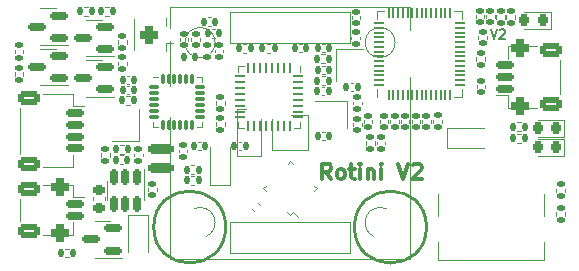
<source format=gbr>
%TF.GenerationSoftware,KiCad,Pcbnew,(6.0.5)*%
%TF.CreationDate,2022-12-28T13:41:51-05:00*%
%TF.ProjectId,Rotini-Hardware,526f7469-6e69-42d4-9861-726477617265,rev?*%
%TF.SameCoordinates,Original*%
%TF.FileFunction,Legend,Top*%
%TF.FilePolarity,Positive*%
%FSLAX46Y46*%
G04 Gerber Fmt 4.6, Leading zero omitted, Abs format (unit mm)*
G04 Created by KiCad (PCBNEW (6.0.5)) date 2022-12-28 13:41:51*
%MOMM*%
%LPD*%
G01*
G04 APERTURE LIST*
G04 Aperture macros list*
%AMRoundRect*
0 Rectangle with rounded corners*
0 $1 Rounding radius*
0 $2 $3 $4 $5 $6 $7 $8 $9 X,Y pos of 4 corners*
0 Add a 4 corners polygon primitive as box body*
4,1,4,$2,$3,$4,$5,$6,$7,$8,$9,$2,$3,0*
0 Add four circle primitives for the rounded corners*
1,1,$1+$1,$2,$3*
1,1,$1+$1,$4,$5*
1,1,$1+$1,$6,$7*
1,1,$1+$1,$8,$9*
0 Add four rect primitives between the rounded corners*
20,1,$1+$1,$2,$3,$4,$5,0*
20,1,$1+$1,$4,$5,$6,$7,0*
20,1,$1+$1,$6,$7,$8,$9,0*
20,1,$1+$1,$8,$9,$2,$3,0*%
%AMRotRect*
0 Rectangle, with rotation*
0 The origin of the aperture is its center*
0 $1 length*
0 $2 width*
0 $3 Rotation angle, in degrees counterclockwise*
0 Add horizontal line*
21,1,$1,$2,0,0,$3*%
G04 Aperture macros list end*
%ADD10C,0.254000*%
%ADD11C,0.120000*%
%ADD12C,0.200000*%
%ADD13C,0.300000*%
%ADD14C,0.150000*%
%ADD15C,0.100000*%
%ADD16RoundRect,0.135000X0.135000X0.185000X-0.135000X0.185000X-0.135000X-0.185000X0.135000X-0.185000X0*%
%ADD17RoundRect,0.135000X-0.135000X-0.185000X0.135000X-0.185000X0.135000X0.185000X-0.135000X0.185000X0*%
%ADD18R,1.000000X1.000000*%
%ADD19RoundRect,0.218750X0.218750X0.256250X-0.218750X0.256250X-0.218750X-0.256250X0.218750X-0.256250X0*%
%ADD20RoundRect,0.135000X-0.185000X0.135000X-0.185000X-0.135000X0.185000X-0.135000X0.185000X0.135000X0*%
%ADD21RoundRect,0.140000X-0.170000X0.140000X-0.170000X-0.140000X0.170000X-0.140000X0.170000X0.140000X0*%
%ADD22C,3.200000*%
%ADD23RoundRect,0.140000X-0.140000X-0.170000X0.140000X-0.170000X0.140000X0.170000X-0.140000X0.170000X0*%
%ADD24RoundRect,0.225000X0.250000X-0.225000X0.250000X0.225000X-0.250000X0.225000X-0.250000X-0.225000X0*%
%ADD25RoundRect,0.140000X0.170000X-0.140000X0.170000X0.140000X-0.170000X0.140000X-0.170000X-0.140000X0*%
%ADD26RoundRect,0.140000X0.140000X0.170000X-0.140000X0.170000X-0.140000X-0.170000X0.140000X-0.170000X0*%
%ADD27RoundRect,0.135000X0.185000X-0.135000X0.185000X0.135000X-0.185000X0.135000X-0.185000X-0.135000X0*%
%ADD28RoundRect,0.150000X0.625000X-0.150000X0.625000X0.150000X-0.625000X0.150000X-0.625000X-0.150000X0*%
%ADD29RoundRect,0.250000X0.650000X-0.350000X0.650000X0.350000X-0.650000X0.350000X-0.650000X-0.350000X0*%
%ADD30RoundRect,0.050000X0.050000X-0.387500X0.050000X0.387500X-0.050000X0.387500X-0.050000X-0.387500X0*%
%ADD31RoundRect,0.050000X0.387500X-0.050000X0.387500X0.050000X-0.387500X0.050000X-0.387500X-0.050000X0*%
%ADD32R,4.000000X4.000000*%
%ADD33RoundRect,0.150000X0.587500X0.150000X-0.587500X0.150000X-0.587500X-0.150000X0.587500X-0.150000X0*%
%ADD34RoundRect,0.212500X0.887500X-0.212500X0.887500X0.212500X-0.887500X0.212500X-0.887500X-0.212500X0*%
%ADD35RoundRect,0.075000X-0.350000X-0.075000X0.350000X-0.075000X0.350000X0.075000X-0.350000X0.075000X0*%
%ADD36RoundRect,0.075000X-0.075000X-0.350000X0.075000X-0.350000X0.075000X0.350000X-0.075000X0.350000X0*%
%ADD37R,2.650000X2.650000*%
%ADD38RoundRect,0.140000X0.219203X0.021213X0.021213X0.219203X-0.219203X-0.021213X-0.021213X-0.219203X0*%
%ADD39C,1.778000*%
%ADD40RotRect,1.000000X0.300000X135.000000*%
%ADD41RotRect,0.300000X1.000000X135.000000*%
%ADD42C,0.600000*%
%ADD43R,0.600000X1.160000*%
%ADD44R,0.300000X1.160000*%
%ADD45O,0.900000X2.000000*%
%ADD46O,0.900000X1.700000*%
%ADD47R,0.800000X0.900000*%
%ADD48RoundRect,0.147500X-0.147500X-0.172500X0.147500X-0.172500X0.147500X0.172500X-0.147500X0.172500X0*%
%ADD49RoundRect,0.150000X-0.150000X0.512500X-0.150000X-0.512500X0.150000X-0.512500X0.150000X0.512500X0*%
%ADD50RoundRect,0.150000X-0.625000X0.150000X-0.625000X-0.150000X0.625000X-0.150000X0.625000X0.150000X0*%
%ADD51RoundRect,0.250000X-0.650000X0.350000X-0.650000X-0.350000X0.650000X-0.350000X0.650000X0.350000X0*%
%ADD52R,1.050000X1.000000*%
%ADD53R,2.200000X1.050000*%
%ADD54RoundRect,0.147500X0.172500X-0.147500X0.172500X0.147500X-0.172500X0.147500X-0.172500X-0.147500X0*%
%ADD55R,0.900000X0.800000*%
%ADD56RoundRect,0.062500X-0.062500X0.337500X-0.062500X-0.337500X0.062500X-0.337500X0.062500X0.337500X0*%
%ADD57RoundRect,0.062500X-0.337500X0.062500X-0.337500X-0.062500X0.337500X-0.062500X0.337500X0.062500X0*%
%ADD58R,3.700000X3.700000*%
%ADD59RoundRect,0.375000X0.375000X-0.375000X0.375000X0.375000X-0.375000X0.375000X-0.375000X-0.375000X0*%
%ADD60RoundRect,0.375000X-0.375000X0.375000X-0.375000X-0.375000X0.375000X-0.375000X0.375000X0.375000X0*%
G04 APERTURE END LIST*
D10*
X11548000Y-8000000D02*
G75*
G03*
X11548000Y-8000000I-3048000J0D01*
G01*
D11*
X-5100000Y-7600000D02*
X5100000Y-7600000D01*
X5100000Y-7600000D02*
X5100000Y-10200000D01*
X5100000Y-10200000D02*
X-5100000Y-10200000D01*
X-5100000Y-10200000D02*
X-5100000Y-7600000D01*
D10*
X-5452000Y-8000000D02*
G75*
G03*
X-5452000Y-8000000I-3048000J0D01*
G01*
D11*
X-5100000Y10200000D02*
X5100000Y10200000D01*
X5100000Y10200000D02*
X5100000Y7600000D01*
X5100000Y7600000D02*
X-5100000Y7600000D01*
X-5100000Y7600000D02*
X-5100000Y10200000D01*
D12*
X17002380Y8738095D02*
X17269047Y7938095D01*
X17535714Y8738095D01*
X17764285Y8661904D02*
X17802380Y8700000D01*
X17878571Y8738095D01*
X18069047Y8738095D01*
X18145238Y8700000D01*
X18183333Y8661904D01*
X18221428Y8585714D01*
X18221428Y8509523D01*
X18183333Y8395238D01*
X17726190Y7938095D01*
X18221428Y7938095D01*
D13*
X3464285Y-3938095D02*
X3030952Y-3319047D01*
X2721428Y-3938095D02*
X2721428Y-2638095D01*
X3216666Y-2638095D01*
X3340476Y-2700000D01*
X3402380Y-2761904D01*
X3464285Y-2885714D01*
X3464285Y-3071428D01*
X3402380Y-3195238D01*
X3340476Y-3257142D01*
X3216666Y-3319047D01*
X2721428Y-3319047D01*
X4207142Y-3938095D02*
X4083333Y-3876190D01*
X4021428Y-3814285D01*
X3959523Y-3690476D01*
X3959523Y-3319047D01*
X4021428Y-3195238D01*
X4083333Y-3133333D01*
X4207142Y-3071428D01*
X4392857Y-3071428D01*
X4516666Y-3133333D01*
X4578571Y-3195238D01*
X4640476Y-3319047D01*
X4640476Y-3690476D01*
X4578571Y-3814285D01*
X4516666Y-3876190D01*
X4392857Y-3938095D01*
X4207142Y-3938095D01*
X5011904Y-3071428D02*
X5507142Y-3071428D01*
X5197619Y-2638095D02*
X5197619Y-3752380D01*
X5259523Y-3876190D01*
X5383333Y-3938095D01*
X5507142Y-3938095D01*
X5940476Y-3938095D02*
X5940476Y-3071428D01*
X5940476Y-2638095D02*
X5878571Y-2700000D01*
X5940476Y-2761904D01*
X6002380Y-2700000D01*
X5940476Y-2638095D01*
X5940476Y-2761904D01*
X6559523Y-3071428D02*
X6559523Y-3938095D01*
X6559523Y-3195238D02*
X6621428Y-3133333D01*
X6745238Y-3071428D01*
X6930952Y-3071428D01*
X7054761Y-3133333D01*
X7116666Y-3257142D01*
X7116666Y-3938095D01*
X7735714Y-3938095D02*
X7735714Y-3071428D01*
X7735714Y-2638095D02*
X7673809Y-2700000D01*
X7735714Y-2761904D01*
X7797619Y-2700000D01*
X7735714Y-2638095D01*
X7735714Y-2761904D01*
X9159523Y-2638095D02*
X9592857Y-3938095D01*
X10026190Y-2638095D01*
X10397619Y-2761904D02*
X10459523Y-2700000D01*
X10583333Y-2638095D01*
X10892857Y-2638095D01*
X11016666Y-2700000D01*
X11078571Y-2761904D01*
X11140476Y-2885714D01*
X11140476Y-3009523D01*
X11078571Y-3195238D01*
X10335714Y-3938095D01*
X11140476Y-3938095D01*
D14*
%TO.C,*%
D11*
%TO.C,R60*%
X2953641Y5870000D02*
X2646359Y5870000D01*
X2953641Y6630000D02*
X2646359Y6630000D01*
%TO.C,R63*%
X-1978641Y6770000D02*
X-1671359Y6770000D01*
X-1978641Y7530000D02*
X-1671359Y7530000D01*
%TO.C,D42*%
X-6800000Y-4400000D02*
X-5100000Y-4400000D01*
X-6800000Y-4400000D02*
X-6800000Y-1250000D01*
X-5100000Y-4400000D02*
X-5100000Y-1250000D01*
%TO.C,D60*%
X22085000Y8765000D02*
X22085000Y10235000D01*
X22085000Y10235000D02*
X19800000Y10235000D01*
X19800000Y8765000D02*
X22085000Y8765000D01*
%TO.C,R33*%
X-23330000Y7013641D02*
X-23330000Y6706359D01*
X-22570000Y7013641D02*
X-22570000Y6706359D01*
%TO.C,C12*%
X5190000Y8107836D02*
X5190000Y7892164D01*
X5910000Y8107836D02*
X5910000Y7892164D01*
%TO.C,C63*%
X2742164Y6790000D02*
X2957836Y6790000D01*
X2742164Y7510000D02*
X2957836Y7510000D01*
%TO.C,R41*%
X19246359Y880000D02*
X19553641Y880000D01*
X19246359Y120000D02*
X19553641Y120000D01*
%TO.C,C10*%
X6060000Y2607836D02*
X6060000Y2392164D01*
X5340000Y2607836D02*
X5340000Y2392164D01*
%TO.C,D40*%
X23235000Y-1985000D02*
X23235000Y-515000D01*
X20950000Y-1985000D02*
X23235000Y-1985000D01*
X23235000Y-515000D02*
X20950000Y-515000D01*
%TO.C,C62*%
X2692164Y3860000D02*
X2907836Y3860000D01*
X2692164Y3140000D02*
X2907836Y3140000D01*
%TO.C,R56*%
X23280000Y-6746359D02*
X23280000Y-7053641D01*
X22520000Y-6746359D02*
X22520000Y-7053641D01*
%TO.C,C20*%
X-16660000Y-5740580D02*
X-16660000Y-5459420D01*
X-15640000Y-5740580D02*
X-15640000Y-5459420D01*
%TO.C,C4*%
X15790000Y3792164D02*
X15790000Y4007836D01*
X16510000Y3792164D02*
X16510000Y4007836D01*
%TO.C,C102*%
X-6607836Y8760000D02*
X-6392164Y8760000D01*
X-6607836Y8040000D02*
X-6392164Y8040000D01*
%TO.C,C7*%
X15740000Y9722164D02*
X15740000Y9937836D01*
X16460000Y9722164D02*
X16460000Y9937836D01*
%TO.C,R67*%
X-3696359Y7530000D02*
X-4003641Y7530000D01*
X-3696359Y6770000D02*
X-4003641Y6770000D01*
%TO.C,C13*%
X7340000Y-792164D02*
X7340000Y-1007836D01*
X8060000Y-792164D02*
X8060000Y-1007836D01*
%TO.C,C61*%
X2937836Y60000D02*
X2722164Y60000D01*
X2937836Y-660000D02*
X2722164Y-660000D01*
%TO.C,R4*%
X19080000Y9953641D02*
X19080000Y9646359D01*
X18320000Y9953641D02*
X18320000Y9646359D01*
%TO.C,D41*%
X23235000Y1085000D02*
X20950000Y1085000D01*
X20950000Y-385000D02*
X23235000Y-385000D01*
X23235000Y-385000D02*
X23235000Y1085000D01*
%TO.C,R35*%
X-14580000Y5696359D02*
X-14580000Y6003641D01*
X-13820000Y5696359D02*
X-13820000Y6003641D01*
%TO.C,J203*%
X22885000Y3260000D02*
X22885000Y6140000D01*
X18415000Y2090000D02*
X18415000Y3140000D01*
X18415000Y3140000D02*
X17425000Y3140000D01*
X20915000Y7310000D02*
X18415000Y7310000D01*
X18415000Y7310000D02*
X18415000Y6260000D01*
X20915000Y2090000D02*
X18415000Y2090000D01*
%TO.C,R20*%
X-14096359Y-1780000D02*
X-14403641Y-1780000D01*
X-14096359Y-1020000D02*
X-14403641Y-1020000D01*
%TO.C,C11*%
X5357836Y4210000D02*
X5142164Y4210000D01*
X5357836Y3490000D02*
X5142164Y3490000D01*
%TO.C,C70*%
X-7757836Y-765000D02*
X-7542164Y-765000D01*
X-7757836Y-1485000D02*
X-7542164Y-1485000D01*
%TO.C,U1*%
X14560000Y3040000D02*
X13910000Y3040000D01*
X7340000Y9610000D02*
X7340000Y10260000D01*
X14560000Y9610000D02*
X14560000Y10260000D01*
X14560000Y10260000D02*
X13910000Y10260000D01*
X14560000Y3690000D02*
X14560000Y3040000D01*
X7340000Y3690000D02*
X7340000Y3040000D01*
X7340000Y10260000D02*
X7990000Y10260000D01*
%TO.C,C9*%
X6240000Y842164D02*
X6240000Y1057836D01*
X6960000Y842164D02*
X6960000Y1057836D01*
%TO.C,Q20*%
X-15900000Y-7490000D02*
X-16550000Y-7490000D01*
X-15900000Y-10610000D02*
X-14225000Y-10610000D01*
X-15900000Y-7490000D02*
X-15250000Y-7490000D01*
X-15900000Y-10610000D02*
X-16550000Y-10610000D01*
%TO.C,C74*%
X-13597164Y4090000D02*
X-13812836Y4090000D01*
X-13597164Y4810000D02*
X-13812836Y4810000D01*
%TO.C,R1*%
X6420000Y-746359D02*
X6420000Y-1053641D01*
X7180000Y-746359D02*
X7180000Y-1053641D01*
%TO.C,R32*%
X-14580000Y7536359D02*
X-14580000Y7843641D01*
X-13820000Y7536359D02*
X-13820000Y7843641D01*
%TO.C,R43*%
X-8403641Y-3530000D02*
X-8096359Y-3530000D01*
X-8403641Y-2770000D02*
X-8096359Y-2770000D01*
%TO.C,C6*%
X17310000Y9722164D02*
X17310000Y9937836D01*
X16590000Y9722164D02*
X16590000Y9937836D01*
%TO.C,C14*%
X11010000Y1057836D02*
X11010000Y842164D01*
X10290000Y1057836D02*
X10290000Y842164D01*
%TO.C,C104*%
X-5640000Y6792164D02*
X-5640000Y7007836D01*
X-6360000Y6792164D02*
X-6360000Y7007836D01*
%TO.C,C1*%
X8310000Y812164D02*
X8310000Y1027836D01*
X7590000Y812164D02*
X7590000Y1027836D01*
%TO.C,U70*%
X-11195000Y4690000D02*
X-11645000Y4690000D01*
X-11645000Y470000D02*
X-11645000Y920000D01*
X-7425000Y470000D02*
X-7425000Y920000D01*
X-7875000Y4690000D02*
X-7425000Y4690000D01*
X-11195000Y470000D02*
X-11645000Y470000D01*
X-7425000Y4690000D02*
X-7425000Y4240000D01*
X-7875000Y470000D02*
X-7425000Y470000D01*
%TO.C,Q33*%
X-16600000Y3040000D02*
X-17250000Y3040000D01*
X-16600000Y6160000D02*
X-17250000Y6160000D01*
X-16600000Y3040000D02*
X-14925000Y3040000D01*
X-16600000Y6160000D02*
X-15950000Y6160000D01*
%TO.C,R66*%
X-5525000Y2678641D02*
X-5525000Y2371359D01*
X-6285000Y2678641D02*
X-6285000Y2371359D01*
%TO.C,C31*%
X-2569190Y-6149942D02*
X-2721693Y-5997439D01*
X-3078307Y-6659059D02*
X-3230810Y-6506556D01*
%TO.C,C3*%
X9210000Y812164D02*
X9210000Y1027836D01*
X8490000Y812164D02*
X8490000Y1027836D01*
%TO.C,U30*%
X10160000Y10668000D02*
X-10160000Y10668000D01*
X-10160000Y10668000D02*
X-10160000Y-10668000D01*
X-10160000Y-10668000D02*
X10160000Y-10668000D01*
X10160000Y-10668000D02*
X10160000Y10668000D01*
X1500000Y1500000D02*
X-1500000Y1500000D01*
X-1500000Y1500000D02*
X-1500000Y-1500000D01*
X-1500000Y-1500000D02*
X1500000Y-1500000D01*
X1500000Y-1500000D02*
X1500000Y1500000D01*
X-2500000Y2000000D02*
X-4500000Y2000000D01*
X-4500000Y2000000D02*
X-4500000Y-2000000D01*
X-4500000Y-2000000D02*
X-2500000Y-2000000D01*
X-2500000Y-2000000D02*
X-2500000Y2000000D01*
X-6350000Y-7620000D02*
G75*
G03*
X-6350000Y-7620000I-1270000J0D01*
G01*
X8890000Y7620000D02*
G75*
G03*
X8890000Y7620000I-1270000J0D01*
G01*
X8890000Y-7620000D02*
G75*
G03*
X8890000Y-7620000I-1270000J0D01*
G01*
X-6350000Y7620000D02*
G75*
G03*
X-6350000Y7620000I-1270000J0D01*
G01*
%TO.C,R40*%
X19246359Y-880000D02*
X19553641Y-880000D01*
X19246359Y-120000D02*
X19553641Y-120000D01*
D15*
%TO.C,U31*%
X-2262742Y-4700000D02*
X-2050610Y-4487868D01*
X247487Y-2684746D02*
X0Y-2437258D01*
X212132Y-6750610D02*
X636396Y-7174874D01*
X-247487Y-6715254D02*
X0Y-6962742D01*
X-2050610Y-4912132D02*
X-2262742Y-4700000D01*
X0Y-2437258D02*
X-212132Y-2649390D01*
X0Y-6962742D02*
X212132Y-6750610D01*
X2050610Y-4912132D02*
X2262742Y-4700000D01*
X2262742Y-4700000D02*
X2050610Y-4487868D01*
D11*
%TO.C,U52*%
X12530000Y-10755000D02*
X12530000Y-9295000D01*
X12530000Y-5245000D02*
X12530000Y-7045000D01*
X21470000Y-5245000D02*
X21470000Y-7045000D01*
X21470000Y-10755000D02*
X12530000Y-10755000D01*
X21470000Y-10755000D02*
X21470000Y-9295000D01*
%TO.C,Q30*%
X-20500000Y10510000D02*
X-19850000Y10510000D01*
X-20500000Y7390000D02*
X-18825000Y7390000D01*
X-20500000Y7390000D02*
X-21150000Y7390000D01*
X-20500000Y10510000D02*
X-21150000Y10510000D01*
%TO.C,R65*%
X-5525000Y878641D02*
X-5525000Y571359D01*
X-6285000Y878641D02*
X-6285000Y571359D01*
%TO.C,C5*%
X16660000Y7922164D02*
X16660000Y8137836D01*
X15940000Y7922164D02*
X15940000Y8137836D01*
%TO.C,R64*%
X-13551359Y2345000D02*
X-13858641Y2345000D01*
X-13551359Y3105000D02*
X-13858641Y3105000D01*
%TO.C,C65*%
X1007836Y6790000D02*
X792164Y6790000D01*
X1007836Y7510000D02*
X792164Y7510000D01*
%TO.C,U2*%
X3900000Y7050000D02*
X3900000Y4350000D01*
X6200000Y7050000D02*
X3900000Y7050000D01*
%TO.C,C40*%
X11910000Y1057836D02*
X11910000Y842164D01*
X11190000Y1057836D02*
X11190000Y842164D01*
%TO.C,D20*%
X13300000Y-1300000D02*
X16450000Y-1300000D01*
X13300000Y400000D02*
X13300000Y-1300000D01*
X13300000Y400000D02*
X16450000Y400000D01*
%TO.C,Q31*%
X-16600000Y9560000D02*
X-17250000Y9560000D01*
X-16600000Y6440000D02*
X-17250000Y6440000D01*
X-16600000Y9560000D02*
X-15950000Y9560000D01*
X-16600000Y6440000D02*
X-14925000Y6440000D01*
%TO.C,C72*%
X-8690000Y-1442164D02*
X-8690000Y-1657836D01*
X-9410000Y-1442164D02*
X-9410000Y-1657836D01*
%TO.C,C60*%
X6060000Y562164D02*
X6060000Y777836D01*
X5340000Y562164D02*
X5340000Y777836D01*
%TO.C,C71*%
X-13597164Y3240000D02*
X-13812836Y3240000D01*
X-13597164Y3960000D02*
X-13812836Y3960000D01*
%TO.C,U20*%
X-15510000Y-4900000D02*
X-15510000Y-4100000D01*
X-15510000Y-4900000D02*
X-15510000Y-5700000D01*
X-12390000Y-4900000D02*
X-12390000Y-5700000D01*
X-12390000Y-4900000D02*
X-12390000Y-3100000D01*
%TO.C,C73*%
X-4357836Y-1510000D02*
X-4142164Y-1510000D01*
X-4357836Y-790000D02*
X-4142164Y-790000D01*
%TO.C,D21*%
X-13750000Y-7000000D02*
X-13750000Y-10150000D01*
X-12050000Y-7000000D02*
X-13750000Y-7000000D01*
X-12050000Y-7000000D02*
X-12050000Y-10150000D01*
%TO.C,C101*%
X-8360000Y7792164D02*
X-8360000Y8007836D01*
X-7640000Y7792164D02*
X-7640000Y8007836D01*
%TO.C,J204*%
X-20915000Y3260000D02*
X-18415000Y3260000D01*
X-20915000Y-2960000D02*
X-18415000Y-2960000D01*
X-18415000Y-2960000D02*
X-18415000Y-1910000D01*
X-18415000Y2210000D02*
X-17425000Y2210000D01*
X-18415000Y3260000D02*
X-18415000Y2210000D01*
X-22885000Y2090000D02*
X-22885000Y-1790000D01*
%TO.C,J60*%
X-10515000Y7540000D02*
X-9885000Y7540000D01*
X-10515000Y6900000D02*
X-10515000Y7540000D01*
X-13235000Y6950000D02*
X-13235000Y9650000D01*
X-10515000Y9700000D02*
X-10515000Y9060000D01*
%TO.C,R21*%
X-16030000Y-1746359D02*
X-16030000Y-2053641D01*
X-15270000Y-1746359D02*
X-15270000Y-2053641D01*
%TO.C,R5*%
X18230000Y9646359D02*
X18230000Y9953641D01*
X17470000Y9646359D02*
X17470000Y9953641D01*
%TO.C,C103*%
X-6692164Y9760000D02*
X-6907836Y9760000D01*
X-6692164Y9040000D02*
X-6907836Y9040000D01*
%TO.C,C8*%
X5240000Y9857836D02*
X5240000Y9642164D01*
X5960000Y9857836D02*
X5960000Y9642164D01*
%TO.C,Q32*%
X-20500000Y3990000D02*
X-21150000Y3990000D01*
X-20500000Y3990000D02*
X-18825000Y3990000D01*
X-20500000Y7110000D02*
X-21150000Y7110000D01*
X-20500000Y7110000D02*
X-19850000Y7110000D01*
%TO.C,C21*%
X-12010000Y-4692164D02*
X-12010000Y-4907836D01*
X-11290000Y-4692164D02*
X-11290000Y-4907836D01*
%TO.C,R22*%
X-18746359Y-9820000D02*
X-19053641Y-9820000D01*
X-18746359Y-10580000D02*
X-19053641Y-10580000D01*
%TO.C,R31*%
X-15653641Y9870000D02*
X-15346359Y9870000D01*
X-15653641Y10630000D02*
X-15346359Y10630000D01*
%TO.C,C64*%
X2927836Y4940000D02*
X2712164Y4940000D01*
X2927836Y5660000D02*
X2712164Y5660000D01*
%TO.C,R68*%
X12120000Y1103641D02*
X12120000Y796359D01*
X12880000Y1103641D02*
X12880000Y796359D01*
%TO.C,R42*%
X-8096359Y-3670000D02*
X-8403641Y-3670000D01*
X-8096359Y-4430000D02*
X-8403641Y-4430000D01*
%TO.C,R30*%
X-17453641Y9870000D02*
X-17146359Y9870000D01*
X-17453641Y10630000D02*
X-17146359Y10630000D01*
%TO.C,R57*%
X23280000Y-4746359D02*
X23280000Y-5053641D01*
X22520000Y-4746359D02*
X22520000Y-5053641D01*
%TO.C,U71*%
X-12755000Y-725000D02*
X-12755000Y1975000D01*
X-15055000Y-725000D02*
X-12755000Y-725000D01*
%TO.C,U61*%
X4800000Y2700000D02*
X2100000Y2700000D01*
X4800000Y400000D02*
X4800000Y2700000D01*
%TO.C,U60*%
X830000Y890000D02*
X830000Y415000D01*
X830000Y415000D02*
X355000Y415000D01*
X-4390000Y415000D02*
X-3915000Y415000D01*
X-4390000Y5635000D02*
X-3915000Y5635000D01*
X-4390000Y5160000D02*
X-4390000Y5635000D01*
X-4390000Y890000D02*
X-4390000Y415000D01*
X830000Y5160000D02*
X830000Y5635000D01*
%TO.C,C2*%
X10110000Y812164D02*
X10110000Y1027836D01*
X9390000Y812164D02*
X9390000Y1027836D01*
%TO.C,C23*%
X-13210000Y-1792164D02*
X-13210000Y-2007836D01*
X-12490000Y-1792164D02*
X-12490000Y-2007836D01*
%TO.C,J202*%
X-18415000Y-8660000D02*
X-18415000Y-7610000D01*
X-20915000Y-8660000D02*
X-18415000Y-8660000D01*
X-18415000Y-4440000D02*
X-18415000Y-5490000D01*
X-20915000Y-4440000D02*
X-18415000Y-4440000D01*
X-22885000Y-5610000D02*
X-22885000Y-7490000D01*
X-18415000Y-5490000D02*
X-17425000Y-5490000D01*
%TO.C,R34*%
X-22570000Y5113641D02*
X-22570000Y4806359D01*
X-23330000Y5113641D02*
X-23330000Y4806359D01*
%TO.C,R3*%
X15770000Y6383641D02*
X15770000Y6076359D01*
X16530000Y6383641D02*
X16530000Y6076359D01*
%TO.C,C22*%
X-14162164Y-1940000D02*
X-14377836Y-1940000D01*
X-14162164Y-2660000D02*
X-14377836Y-2660000D01*
%TO.C,R62*%
X2973641Y4780000D02*
X2666359Y4780000D01*
X2973641Y4020000D02*
X2666359Y4020000D01*
%TO.C,C100*%
X-8640000Y7792164D02*
X-8640000Y8007836D01*
X-9360000Y7792164D02*
X-9360000Y8007836D01*
%TD*%
%LPC*%
D16*
%TO.C,R60*%
X3310000Y6250000D03*
X2290000Y6250000D03*
%TD*%
D17*
%TO.C,R63*%
X-2335000Y7150000D03*
X-1315000Y7150000D03*
%TD*%
D18*
%TO.C,D42*%
X-5950000Y-3750000D03*
X-5950000Y-1250000D03*
%TD*%
D19*
%TO.C,D60*%
X21387500Y9500000D03*
X19812500Y9500000D03*
%TD*%
D20*
%TO.C,R33*%
X-22950000Y7370000D03*
X-22950000Y6350000D03*
%TD*%
D21*
%TO.C,C12*%
X5550000Y8480000D03*
X5550000Y7520000D03*
%TD*%
D22*
%TO.C,*%
X8500000Y-8000000D03*
%TD*%
D23*
%TO.C,C63*%
X2370000Y7150000D03*
X3330000Y7150000D03*
%TD*%
D17*
%TO.C,R41*%
X18890000Y500000D03*
X19910000Y500000D03*
%TD*%
D21*
%TO.C,C10*%
X5700000Y2980000D03*
X5700000Y2020000D03*
%TD*%
D19*
%TO.C,D40*%
X22537500Y-1250000D03*
X20962500Y-1250000D03*
%TD*%
D23*
%TO.C,C62*%
X2320000Y3500000D03*
X3280000Y3500000D03*
%TD*%
D22*
%TO.C,*%
X-8500000Y-8000000D03*
%TD*%
D20*
%TO.C,R56*%
X22900000Y-6390000D03*
X22900000Y-7410000D03*
%TD*%
D24*
%TO.C,C20*%
X-16150000Y-6375000D03*
X-16150000Y-4825000D03*
%TD*%
D25*
%TO.C,C4*%
X16150000Y3420000D03*
X16150000Y4380000D03*
%TD*%
D23*
%TO.C,C102*%
X-6980000Y8400000D03*
X-6020000Y8400000D03*
%TD*%
D25*
%TO.C,C7*%
X16100000Y9350000D03*
X16100000Y10310000D03*
%TD*%
D16*
%TO.C,R67*%
X-3340000Y7150000D03*
X-4360000Y7150000D03*
%TD*%
D21*
%TO.C,C13*%
X7700000Y-420000D03*
X7700000Y-1380000D03*
%TD*%
D26*
%TO.C,C61*%
X3310000Y-300000D03*
X2350000Y-300000D03*
%TD*%
D20*
%TO.C,R4*%
X18700000Y10310000D03*
X18700000Y9290000D03*
%TD*%
D19*
%TO.C,D41*%
X22537500Y350000D03*
X20962500Y350000D03*
%TD*%
D27*
%TO.C,R35*%
X-14200000Y5340000D03*
X-14200000Y6360000D03*
%TD*%
D28*
%TO.C,J203*%
X18200000Y3700000D03*
X18200000Y4700000D03*
X18200000Y5700000D03*
D29*
X22075000Y7000000D03*
X22075000Y2400000D03*
%TD*%
D16*
%TO.C,R20*%
X-13740000Y-1400000D03*
X-14760000Y-1400000D03*
%TD*%
D26*
%TO.C,C11*%
X5730000Y3850000D03*
X4770000Y3850000D03*
%TD*%
D23*
%TO.C,C70*%
X-8130000Y-1125000D03*
X-7170000Y-1125000D03*
%TD*%
D30*
%TO.C,U1*%
X8350000Y3212500D03*
X8750000Y3212500D03*
X9150000Y3212500D03*
X9550000Y3212500D03*
X9950000Y3212500D03*
X10350000Y3212500D03*
X10750000Y3212500D03*
X11150000Y3212500D03*
X11550000Y3212500D03*
X11950000Y3212500D03*
X12350000Y3212500D03*
X12750000Y3212500D03*
X13150000Y3212500D03*
X13550000Y3212500D03*
D31*
X14387500Y4050000D03*
X14387500Y4450000D03*
X14387500Y4850000D03*
X14387500Y5250000D03*
X14387500Y5650000D03*
X14387500Y6050000D03*
X14387500Y6450000D03*
X14387500Y6850000D03*
X14387500Y7250000D03*
X14387500Y7650000D03*
X14387500Y8050000D03*
X14387500Y8450000D03*
X14387500Y8850000D03*
X14387500Y9250000D03*
D30*
X13550000Y10087500D03*
X13150000Y10087500D03*
X12750000Y10087500D03*
X12350000Y10087500D03*
X11950000Y10087500D03*
X11550000Y10087500D03*
X11150000Y10087500D03*
X10750000Y10087500D03*
X10350000Y10087500D03*
X9950000Y10087500D03*
X9550000Y10087500D03*
X9150000Y10087500D03*
X8750000Y10087500D03*
X8350000Y10087500D03*
D31*
X7512500Y9250000D03*
X7512500Y8850000D03*
X7512500Y8450000D03*
X7512500Y8050000D03*
X7512500Y7650000D03*
X7512500Y7250000D03*
X7512500Y6850000D03*
X7512500Y6450000D03*
X7512500Y6050000D03*
X7512500Y5650000D03*
X7512500Y5250000D03*
X7512500Y4850000D03*
X7512500Y4450000D03*
X7512500Y4050000D03*
D32*
X10950000Y6650000D03*
%TD*%
D25*
%TO.C,C9*%
X6600000Y470000D03*
X6600000Y1430000D03*
%TD*%
D33*
%TO.C,Q20*%
X-14962500Y-10000000D03*
X-14962500Y-8100000D03*
X-16837500Y-9050000D03*
%TD*%
D26*
%TO.C,C74*%
X-13225000Y4450000D03*
X-14185000Y4450000D03*
%TD*%
D20*
%TO.C,R1*%
X6800000Y-390000D03*
X6800000Y-1410000D03*
%TD*%
D34*
%TO.C,L20*%
X-10950000Y-3025000D03*
X-10950000Y-1375000D03*
%TD*%
D27*
%TO.C,R32*%
X-14200000Y7180000D03*
X-14200000Y8200000D03*
%TD*%
D17*
%TO.C,R43*%
X-8760000Y-3150000D03*
X-7740000Y-3150000D03*
%TD*%
D25*
%TO.C,C6*%
X16950000Y9350000D03*
X16950000Y10310000D03*
%TD*%
D21*
%TO.C,C14*%
X10650000Y1430000D03*
X10650000Y470000D03*
%TD*%
D25*
%TO.C,C104*%
X-6000000Y6420000D03*
X-6000000Y7380000D03*
%TD*%
%TO.C,C1*%
X7950000Y440000D03*
X7950000Y1400000D03*
%TD*%
D35*
%TO.C,U70*%
X-11485000Y3830000D03*
X-11485000Y3330000D03*
X-11485000Y2830000D03*
X-11485000Y2330000D03*
X-11485000Y1830000D03*
X-11485000Y1330000D03*
D36*
X-10785000Y630000D03*
X-10285000Y630000D03*
X-9785000Y630000D03*
X-9285000Y630000D03*
X-8785000Y630000D03*
X-8285000Y630000D03*
D35*
X-7585000Y1330000D03*
X-7585000Y1830000D03*
X-7585000Y2330000D03*
X-7585000Y2830000D03*
X-7585000Y3330000D03*
X-7585000Y3830000D03*
D36*
X-8285000Y4530000D03*
X-8785000Y4530000D03*
X-9285000Y4530000D03*
X-9785000Y4530000D03*
X-10285000Y4530000D03*
X-10785000Y4530000D03*
D37*
X-9535000Y2580000D03*
%TD*%
D33*
%TO.C,Q33*%
X-15662500Y3650000D03*
X-15662500Y5550000D03*
X-17537500Y4600000D03*
%TD*%
D20*
%TO.C,R66*%
X-5905000Y3035000D03*
X-5905000Y2015000D03*
%TD*%
D38*
%TO.C,C31*%
X-2560589Y-6667660D03*
X-3239411Y-5988838D03*
%TD*%
D25*
%TO.C,C3*%
X8850000Y440000D03*
X8850000Y1400000D03*
%TD*%
D39*
%TO.C,U30*%
X3810000Y8890000D03*
X1270000Y8890000D03*
X-1270000Y8890000D03*
X-3810000Y8890000D03*
X-3810000Y-8890000D03*
X-1270000Y-8890000D03*
X1270000Y-8890000D03*
X3810000Y-8890000D03*
%TD*%
D17*
%TO.C,R40*%
X18890000Y-500000D03*
X19910000Y-500000D03*
%TD*%
D40*
%TO.C,U31*%
X318198Y-6432412D03*
X671751Y-6078858D03*
X1025305Y-5725305D03*
X1378858Y-5371751D03*
X1732412Y-5018198D03*
D41*
X1378858Y-4028249D03*
X1025305Y-3674695D03*
X671751Y-3321142D03*
D40*
X-318198Y-2967588D03*
X-671751Y-3321142D03*
X-1025305Y-3674695D03*
X-1378858Y-4028249D03*
X-1732412Y-4381802D03*
D41*
X-1378858Y-5371751D03*
X-1025305Y-5725305D03*
X-671751Y-6078858D03*
%TD*%
D42*
%TO.C,U52*%
X14110000Y-4465000D03*
X19890000Y-4465000D03*
D43*
X13800000Y-3405000D03*
X14600000Y-3405000D03*
D44*
X15750000Y-3405000D03*
X16750000Y-3405000D03*
X17250000Y-3405000D03*
X18250000Y-3405000D03*
D43*
X19400000Y-3405000D03*
X20200000Y-3405000D03*
X20200000Y-3405000D03*
X19400000Y-3405000D03*
D44*
X18750000Y-3405000D03*
X17750000Y-3405000D03*
X16250000Y-3405000D03*
X15250000Y-3405000D03*
D43*
X14600000Y-3405000D03*
X13800000Y-3405000D03*
D45*
X12680000Y-3985000D03*
D46*
X21320000Y-8155000D03*
X12680000Y-8155000D03*
D45*
X21320000Y-3985000D03*
%TD*%
D33*
%TO.C,Q30*%
X-19562500Y8000000D03*
X-19562500Y9900000D03*
X-21437500Y8950000D03*
%TD*%
D20*
%TO.C,R65*%
X-5905000Y1235000D03*
X-5905000Y215000D03*
%TD*%
D25*
%TO.C,C5*%
X16300000Y7550000D03*
X16300000Y8510000D03*
%TD*%
D16*
%TO.C,R64*%
X-13195000Y2725000D03*
X-14215000Y2725000D03*
%TD*%
D26*
%TO.C,C65*%
X1380000Y7150000D03*
X420000Y7150000D03*
%TD*%
D47*
%TO.C,U2*%
X4500000Y6400000D03*
X4500000Y5000000D03*
X5600000Y5000000D03*
X5600000Y6400000D03*
%TD*%
D21*
%TO.C,C40*%
X11550000Y1430000D03*
X11550000Y470000D03*
%TD*%
D18*
%TO.C,D20*%
X13950000Y-450000D03*
X16450000Y-450000D03*
%TD*%
D33*
%TO.C,Q31*%
X-15662500Y7050000D03*
X-15662500Y8950000D03*
X-17537500Y8000000D03*
%TD*%
D21*
%TO.C,C72*%
X-9050000Y-1070000D03*
X-9050000Y-2030000D03*
%TD*%
D25*
%TO.C,C60*%
X5700000Y190000D03*
X5700000Y1150000D03*
%TD*%
D48*
%TO.C,L101*%
X-8985000Y6400000D03*
X-8015000Y6400000D03*
%TD*%
D26*
%TO.C,C71*%
X-13225000Y3600000D03*
X-14185000Y3600000D03*
%TD*%
D49*
%TO.C,U20*%
X-13000000Y-3762500D03*
X-13950000Y-3762500D03*
X-14900000Y-3762500D03*
X-14900000Y-6037500D03*
X-13950000Y-6037500D03*
X-13000000Y-6037500D03*
%TD*%
D23*
%TO.C,C73*%
X-4730000Y-1150000D03*
X-3770000Y-1150000D03*
%TD*%
D18*
%TO.C,D21*%
X-12900000Y-7650000D03*
X-12900000Y-10150000D03*
%TD*%
D25*
%TO.C,C101*%
X-8000000Y7420000D03*
X-8000000Y8380000D03*
%TD*%
D50*
%TO.C,J204*%
X-18200000Y1650000D03*
X-18200000Y650000D03*
X-18200000Y-350000D03*
X-18200000Y-1350000D03*
D51*
X-22075000Y2950000D03*
X-22075000Y-2650000D03*
%TD*%
D52*
%TO.C,J60*%
X-10350000Y8300000D03*
D53*
X-11875000Y6825000D03*
X-11875000Y9775000D03*
%TD*%
D20*
%TO.C,R21*%
X-15650000Y-1390000D03*
X-15650000Y-2410000D03*
%TD*%
D54*
%TO.C,L102*%
X-7000000Y6415000D03*
X-7000000Y7385000D03*
%TD*%
D27*
%TO.C,R5*%
X17850000Y9290000D03*
X17850000Y10310000D03*
%TD*%
D26*
%TO.C,C103*%
X-6320000Y9400000D03*
X-7280000Y9400000D03*
%TD*%
D21*
%TO.C,C8*%
X5600000Y10230000D03*
X5600000Y9270000D03*
%TD*%
D33*
%TO.C,Q32*%
X-19562500Y4600000D03*
X-19562500Y6500000D03*
X-21437500Y5550000D03*
%TD*%
D21*
%TO.C,C21*%
X-11650000Y-4320000D03*
X-11650000Y-5280000D03*
%TD*%
D16*
%TO.C,R22*%
X-18390000Y-10200000D03*
X-19410000Y-10200000D03*
%TD*%
D17*
%TO.C,R31*%
X-16010000Y10250000D03*
X-14990000Y10250000D03*
%TD*%
D26*
%TO.C,C64*%
X3300000Y5300000D03*
X2340000Y5300000D03*
%TD*%
D20*
%TO.C,R68*%
X12500000Y1460000D03*
X12500000Y440000D03*
%TD*%
D16*
%TO.C,R42*%
X-7740000Y-4050000D03*
X-8760000Y-4050000D03*
%TD*%
D17*
%TO.C,R30*%
X-17810000Y10250000D03*
X-16790000Y10250000D03*
%TD*%
D20*
%TO.C,R57*%
X22900000Y-4390000D03*
X22900000Y-5410000D03*
%TD*%
D47*
%TO.C,U71*%
X-13355000Y-75000D03*
X-13355000Y1325000D03*
X-14455000Y1325000D03*
X-14455000Y-75000D03*
%TD*%
D55*
%TO.C,U61*%
X4150000Y2100000D03*
X2750000Y2100000D03*
X2750000Y1000000D03*
X4150000Y1000000D03*
%TD*%
D56*
%TO.C,U60*%
X-30000Y5475000D03*
X-530000Y5475000D03*
X-1030000Y5475000D03*
X-1530000Y5475000D03*
X-2030000Y5475000D03*
X-2530000Y5475000D03*
X-3030000Y5475000D03*
X-3530000Y5475000D03*
D57*
X-4230000Y4775000D03*
X-4230000Y4275000D03*
X-4230000Y3775000D03*
X-4230000Y3275000D03*
X-4230000Y2775000D03*
X-4230000Y2275000D03*
X-4230000Y1775000D03*
X-4230000Y1275000D03*
D56*
X-3530000Y575000D03*
X-3030000Y575000D03*
X-2530000Y575000D03*
X-2030000Y575000D03*
X-1530000Y575000D03*
X-1030000Y575000D03*
X-530000Y575000D03*
X-30000Y575000D03*
D57*
X670000Y1275000D03*
X670000Y1775000D03*
X670000Y2275000D03*
X670000Y2775000D03*
X670000Y3275000D03*
X670000Y3775000D03*
X670000Y4275000D03*
X670000Y4775000D03*
D58*
X-1780000Y3025000D03*
%TD*%
D25*
%TO.C,C2*%
X9750000Y440000D03*
X9750000Y1400000D03*
%TD*%
D21*
%TO.C,C23*%
X-12850000Y-1420000D03*
X-12850000Y-2380000D03*
%TD*%
D50*
%TO.C,J202*%
X-18200000Y-6050000D03*
X-18200000Y-7050000D03*
D51*
X-22075000Y-4750000D03*
X-22075000Y-8350000D03*
%TD*%
D20*
%TO.C,R34*%
X-22950000Y5470000D03*
X-22950000Y4450000D03*
%TD*%
%TO.C,R3*%
X16150000Y6740000D03*
X16150000Y5720000D03*
%TD*%
D26*
%TO.C,C22*%
X-13790000Y-2300000D03*
X-14750000Y-2300000D03*
%TD*%
D16*
%TO.C,R62*%
X3330000Y4400000D03*
X2310000Y4400000D03*
%TD*%
D25*
%TO.C,C100*%
X-9000000Y7420000D03*
X-9000000Y8380000D03*
%TD*%
D59*
%TO.C,J208*%
X19500000Y7150000D03*
%TD*%
%TO.C,J207*%
X19500000Y2250000D03*
%TD*%
D60*
%TO.C,J206*%
X-19500000Y-4600000D03*
%TD*%
D59*
%TO.C,J61*%
X-11950000Y8300000D03*
%TD*%
D60*
%TO.C,J205*%
X-19500000Y-8500000D03*
%TD*%
M02*

</source>
